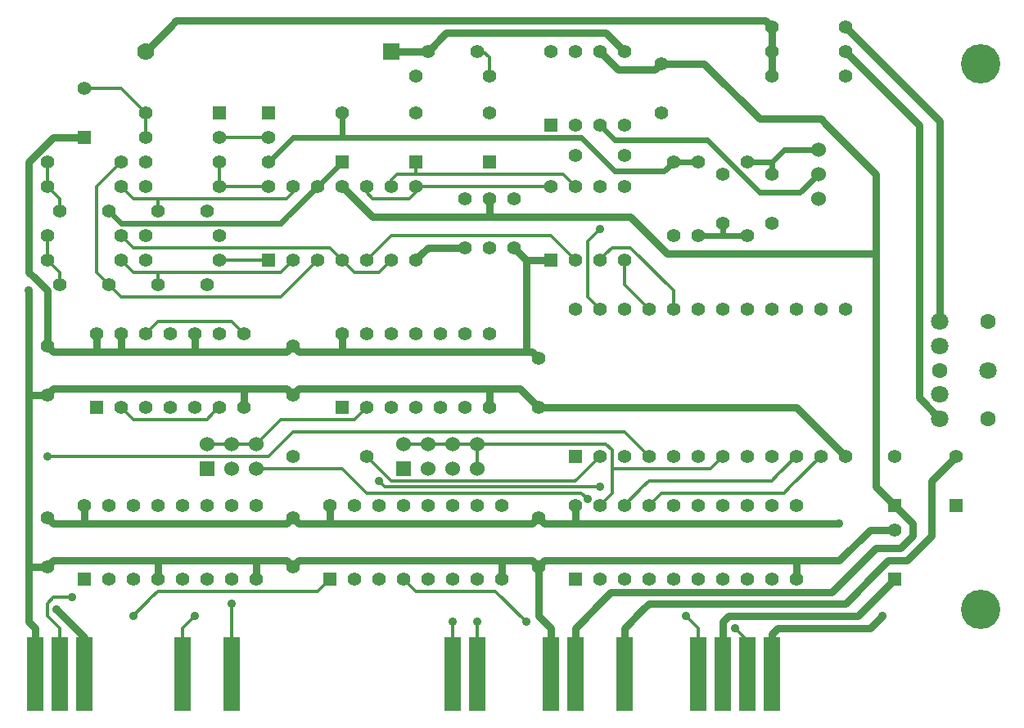
<source format=gbl>
G04 (created by PCBNEW-RS274X (2012-01-19 BZR 3256)-stable) date 9/26/2012 11:25:36 PM*
G01*
G70*
G90*
%MOIN*%
G04 Gerber Fmt 3.4, Leading zero omitted, Abs format*
%FSLAX34Y34*%
G04 APERTURE LIST*
%ADD10C,0.006000*%
%ADD11R,0.070000X0.300000*%
%ADD12C,0.160000*%
%ADD13C,0.070900*%
%ADD14C,0.063000*%
%ADD15C,0.055000*%
%ADD16R,0.055000X0.055000*%
%ADD17C,0.070000*%
%ADD18R,0.070000X0.070000*%
%ADD19R,0.060000X0.060000*%
%ADD20C,0.060000*%
%ADD21C,0.035000*%
%ADD22C,0.014900*%
%ADD23C,0.024900*%
%ADD24C,0.029900*%
G04 APERTURE END LIST*
G54D10*
G54D11*
X71000Y-47375D03*
X70000Y-47375D03*
X69000Y-47375D03*
X68000Y-47375D03*
X65000Y-47375D03*
X63000Y-47375D03*
X62000Y-47375D03*
X59000Y-47375D03*
X58000Y-47375D03*
X49000Y-47375D03*
X47000Y-47375D03*
X43000Y-47375D03*
X42000Y-47375D03*
X41000Y-47375D03*
G54D12*
X79500Y-22500D03*
X79500Y-44750D03*
G54D13*
X79819Y-35000D03*
X77850Y-33031D03*
X77850Y-34016D03*
X77850Y-35984D03*
X77850Y-36969D03*
G54D14*
X77850Y-35000D03*
X79819Y-33031D03*
X79819Y-36969D03*
G54D15*
X61500Y-41000D03*
X61500Y-43000D03*
X41500Y-41000D03*
X41500Y-43000D03*
X41500Y-34000D03*
X41500Y-36000D03*
X51500Y-34000D03*
X51500Y-36000D03*
X61500Y-34500D03*
X61500Y-36500D03*
X60500Y-30000D03*
X60500Y-28000D03*
X59500Y-28000D03*
X59500Y-30000D03*
X66500Y-22500D03*
X66500Y-24500D03*
G54D16*
X56500Y-26500D03*
G54D15*
X56500Y-24500D03*
X57000Y-22000D03*
X59000Y-22000D03*
X46000Y-28500D03*
X48000Y-28500D03*
X69000Y-27000D03*
X69000Y-29000D03*
X71000Y-27000D03*
X71000Y-29000D03*
G54D16*
X43000Y-43500D03*
G54D15*
X44000Y-43500D03*
X45000Y-43500D03*
X46000Y-43500D03*
X47000Y-43500D03*
X48000Y-43500D03*
X49000Y-43500D03*
X50000Y-43500D03*
X50000Y-40500D03*
X49000Y-40500D03*
X48000Y-40500D03*
X47000Y-40500D03*
X46000Y-40500D03*
X45000Y-40500D03*
X44000Y-40500D03*
X43000Y-40500D03*
G54D16*
X53000Y-43500D03*
G54D15*
X54000Y-43500D03*
X55000Y-43500D03*
X56000Y-43500D03*
X57000Y-43500D03*
X58000Y-43500D03*
X59000Y-43500D03*
X60000Y-43500D03*
X60000Y-40500D03*
X59000Y-40500D03*
X58000Y-40500D03*
X57000Y-40500D03*
X56000Y-40500D03*
X55000Y-40500D03*
X54000Y-40500D03*
X53000Y-40500D03*
G54D16*
X53500Y-36500D03*
G54D15*
X54500Y-36500D03*
X55500Y-36500D03*
X56500Y-36500D03*
X57500Y-36500D03*
X58500Y-36500D03*
X59500Y-36500D03*
X59500Y-33500D03*
X58500Y-33500D03*
X57500Y-33500D03*
X56500Y-33500D03*
X55500Y-33500D03*
X54500Y-33500D03*
X53500Y-33500D03*
G54D16*
X63000Y-38500D03*
G54D15*
X64000Y-38500D03*
X65000Y-38500D03*
X66000Y-38500D03*
X67000Y-38500D03*
X68000Y-38500D03*
X69000Y-38500D03*
X70000Y-38500D03*
X71000Y-38500D03*
X72000Y-38500D03*
X73000Y-38500D03*
X74000Y-38500D03*
X74000Y-32500D03*
X73000Y-32500D03*
X72000Y-32500D03*
X71000Y-32500D03*
X70000Y-32500D03*
X69000Y-32500D03*
X68000Y-32500D03*
X67000Y-32500D03*
X66000Y-32500D03*
X65000Y-32500D03*
X64000Y-32500D03*
X63000Y-32500D03*
G54D16*
X62000Y-30500D03*
G54D15*
X63000Y-30500D03*
X64000Y-30500D03*
X65000Y-30500D03*
X65000Y-27500D03*
X64000Y-27500D03*
X63000Y-27500D03*
X62000Y-27500D03*
G54D16*
X50500Y-30500D03*
G54D15*
X51500Y-30500D03*
X52500Y-30500D03*
X53500Y-30500D03*
X54500Y-30500D03*
X55500Y-30500D03*
X56500Y-30500D03*
X56500Y-27500D03*
X55500Y-27500D03*
X54500Y-27500D03*
X53500Y-27500D03*
X52500Y-27500D03*
X51500Y-27500D03*
X50500Y-27500D03*
G54D16*
X62000Y-25000D03*
G54D15*
X63000Y-25000D03*
X64000Y-25000D03*
X65000Y-25000D03*
X65000Y-22000D03*
X64000Y-22000D03*
X63000Y-22000D03*
X62000Y-22000D03*
G54D17*
X45500Y-22000D03*
G54D18*
X55500Y-22000D03*
G54D15*
X45500Y-24500D03*
G54D16*
X48500Y-24500D03*
G54D15*
X45500Y-30500D03*
X48500Y-30500D03*
X45500Y-29500D03*
X48500Y-29500D03*
X45500Y-26500D03*
X48500Y-26500D03*
X67000Y-26500D03*
X67000Y-29500D03*
X71000Y-23000D03*
X74000Y-23000D03*
X70000Y-26500D03*
X70000Y-29500D03*
X51500Y-38500D03*
X54500Y-38500D03*
X41500Y-29500D03*
X44500Y-29500D03*
X44500Y-30500D03*
X41500Y-30500D03*
X41500Y-26500D03*
X44500Y-26500D03*
X44500Y-27500D03*
X41500Y-27500D03*
X48500Y-25500D03*
X45500Y-25500D03*
X68000Y-29500D03*
X68000Y-26500D03*
X59500Y-23000D03*
X56500Y-23000D03*
X74000Y-22000D03*
X71000Y-22000D03*
G54D19*
X56000Y-39000D03*
G54D20*
X56000Y-38000D03*
X57000Y-39000D03*
X57000Y-38000D03*
X58000Y-39000D03*
X58000Y-38000D03*
X59000Y-39000D03*
X59000Y-38000D03*
G54D19*
X48000Y-39000D03*
G54D20*
X48000Y-38000D03*
X49000Y-39000D03*
X49000Y-38000D03*
X50000Y-39000D03*
X50000Y-38000D03*
G54D16*
X50500Y-24500D03*
G54D15*
X50500Y-25500D03*
X50500Y-26500D03*
X74000Y-21000D03*
X71000Y-21000D03*
G54D20*
X72900Y-28000D03*
X72900Y-27000D03*
X72900Y-26000D03*
G54D15*
X45500Y-27500D03*
X48500Y-27500D03*
G54D16*
X63000Y-43500D03*
G54D15*
X64000Y-43500D03*
X65000Y-43500D03*
X66000Y-43500D03*
X67000Y-43500D03*
X68000Y-43500D03*
X69000Y-43500D03*
X70000Y-43500D03*
X71000Y-43500D03*
X72000Y-43500D03*
X72000Y-40500D03*
X71000Y-40500D03*
X70000Y-40500D03*
X69000Y-40500D03*
X68000Y-40500D03*
X67000Y-40500D03*
X66000Y-40500D03*
X65000Y-40500D03*
X64000Y-40500D03*
X63000Y-40500D03*
G54D16*
X43500Y-36500D03*
G54D15*
X44500Y-36500D03*
X45500Y-36500D03*
X46500Y-36500D03*
X47500Y-36500D03*
X48500Y-36500D03*
X49500Y-36500D03*
X49500Y-33500D03*
X48500Y-33500D03*
X47500Y-33500D03*
X46500Y-33500D03*
X45500Y-33500D03*
X44500Y-33500D03*
X43500Y-33500D03*
X51500Y-41000D03*
X51500Y-43000D03*
X58500Y-28000D03*
X58500Y-30000D03*
X63000Y-26250D03*
X65000Y-26250D03*
G54D16*
X76000Y-43500D03*
G54D15*
X76000Y-41500D03*
G54D16*
X76000Y-40500D03*
G54D15*
X76000Y-38500D03*
G54D16*
X78500Y-40500D03*
G54D15*
X78500Y-38500D03*
G54D16*
X43000Y-25500D03*
G54D15*
X43000Y-23500D03*
G54D16*
X59500Y-26500D03*
G54D15*
X59500Y-24500D03*
G54D16*
X53500Y-26500D03*
G54D15*
X53500Y-24500D03*
X42000Y-31500D03*
X44000Y-31500D03*
X46000Y-31500D03*
X48000Y-31500D03*
X42000Y-28500D03*
X44000Y-28500D03*
G54D21*
X41500Y-38500D03*
X45000Y-45000D03*
X61000Y-45250D03*
X64000Y-29250D03*
X67500Y-45000D03*
X63500Y-40250D03*
X47500Y-45000D03*
X49000Y-44500D03*
X42500Y-44250D03*
X69500Y-45500D03*
X55000Y-39500D03*
X64000Y-39750D03*
X58000Y-45250D03*
X59000Y-45250D03*
X40750Y-31750D03*
X75500Y-45000D03*
X73750Y-41250D03*
X41875Y-44750D03*
G54D22*
X68500Y-39000D02*
X69000Y-38500D01*
X64500Y-40000D02*
X64500Y-39750D01*
X64000Y-40500D02*
X64500Y-40000D01*
X64500Y-39000D02*
X64500Y-38250D01*
X64250Y-38000D02*
X64500Y-38250D01*
X57000Y-38000D02*
X58000Y-38000D01*
X58000Y-38000D02*
X59000Y-38000D01*
X59000Y-38000D02*
X64250Y-38000D01*
X56000Y-38000D02*
X57000Y-38000D01*
X64500Y-39750D02*
X64500Y-39000D01*
X64500Y-39000D02*
X68500Y-39000D01*
X59000Y-38000D02*
X59000Y-39000D01*
X65500Y-38000D02*
X65250Y-37750D01*
X66000Y-38500D02*
X65500Y-38000D01*
X65250Y-37750D02*
X65000Y-37500D01*
X41500Y-38500D02*
X47750Y-38500D01*
X47750Y-38500D02*
X50250Y-38500D01*
X50250Y-38500D02*
X50500Y-38500D01*
X50500Y-38500D02*
X51500Y-37500D01*
X51500Y-37500D02*
X65000Y-37500D01*
X53000Y-43500D02*
X52500Y-44000D01*
X45000Y-45000D02*
X45750Y-44250D01*
X46000Y-44000D02*
X45750Y-44250D01*
X52500Y-44000D02*
X46000Y-44000D01*
X56000Y-43500D02*
X56500Y-44000D01*
X56500Y-44000D02*
X59750Y-44000D01*
X59750Y-44000D02*
X61000Y-45250D01*
G54D23*
X64750Y-25625D02*
X64625Y-25625D01*
X71750Y-27750D02*
X72150Y-27750D01*
X72150Y-27750D02*
X72900Y-27000D01*
X64625Y-25625D02*
X64000Y-25000D01*
X64750Y-25625D02*
X68375Y-25625D01*
X68375Y-25625D02*
X70500Y-27750D01*
X70500Y-27750D02*
X71750Y-27750D01*
G54D24*
X57000Y-22000D02*
X57750Y-21250D01*
X64250Y-21250D02*
X65000Y-22000D01*
X57750Y-21250D02*
X64250Y-21250D01*
X55500Y-22000D02*
X57000Y-22000D01*
X45500Y-22000D02*
X46500Y-21000D01*
X46500Y-21000D02*
X46750Y-20750D01*
X70750Y-20750D02*
X71000Y-21000D01*
X46750Y-20750D02*
X70750Y-20750D01*
X71000Y-22000D02*
X71000Y-23000D01*
X71000Y-21000D02*
X71000Y-22000D01*
G54D22*
X63500Y-32000D02*
X63500Y-31250D01*
X63500Y-29750D02*
X64000Y-29250D01*
X63500Y-30000D02*
X63500Y-29750D01*
X63500Y-31250D02*
X63500Y-30000D01*
X64000Y-32500D02*
X63500Y-32000D01*
X65000Y-30750D02*
X65000Y-30500D01*
X65000Y-31500D02*
X65000Y-30750D01*
X66000Y-32500D02*
X65000Y-31500D01*
X64250Y-30250D02*
X64500Y-30000D01*
X65250Y-30000D02*
X67000Y-31750D01*
X67000Y-31750D02*
X67000Y-32500D01*
X64000Y-30500D02*
X64250Y-30250D01*
X64500Y-30000D02*
X65250Y-30000D01*
X72000Y-38500D02*
X71250Y-39250D01*
X71250Y-39250D02*
X71000Y-39500D01*
X65000Y-40500D02*
X65750Y-39750D01*
X66000Y-39500D02*
X71000Y-39500D01*
X65750Y-39750D02*
X66000Y-39500D01*
X73000Y-38500D02*
X71750Y-39750D01*
X71750Y-39750D02*
X71500Y-40000D01*
X66000Y-40500D02*
X66500Y-40000D01*
X66500Y-40000D02*
X71500Y-40000D01*
G54D23*
X44250Y-28750D02*
X44500Y-29000D01*
X51250Y-28750D02*
X51000Y-29000D01*
X44000Y-28500D02*
X44250Y-28750D01*
X52500Y-27500D02*
X51250Y-28750D01*
X52500Y-27500D02*
X53500Y-26500D01*
X51000Y-29000D02*
X44500Y-29000D01*
G54D22*
X54500Y-36500D02*
X54000Y-37000D01*
X50000Y-38000D02*
X51000Y-37000D01*
X51250Y-37000D02*
X54000Y-37000D01*
X51000Y-37000D02*
X51250Y-37000D01*
X48000Y-38000D02*
X49000Y-38000D01*
X49000Y-38000D02*
X50000Y-38000D01*
X50000Y-39000D02*
X53000Y-39000D01*
X68000Y-45500D02*
X67500Y-45000D01*
X63500Y-40250D02*
X63250Y-40000D01*
X68000Y-47375D02*
X68000Y-45500D01*
X56000Y-40000D02*
X54500Y-40000D01*
X53500Y-39000D02*
X54500Y-40000D01*
X53000Y-39000D02*
X53500Y-39000D01*
X63250Y-40000D02*
X56000Y-40000D01*
X47000Y-45500D02*
X47500Y-45000D01*
X47000Y-47375D02*
X47000Y-45500D01*
X49000Y-45000D02*
X49000Y-44500D01*
X49000Y-47375D02*
X49000Y-45000D01*
G54D24*
X77000Y-25250D02*
X77000Y-25000D01*
X77000Y-28000D02*
X77000Y-36000D01*
X77000Y-36000D02*
X77000Y-36119D01*
X77000Y-25000D02*
X74000Y-22000D01*
X77000Y-28000D02*
X77000Y-25250D01*
X77000Y-36119D02*
X77850Y-36969D01*
G54D22*
X41500Y-45000D02*
X41500Y-44500D01*
X41750Y-44250D02*
X42500Y-44250D01*
X41500Y-44500D02*
X41750Y-44250D01*
X42000Y-45500D02*
X41500Y-45000D01*
X42000Y-47375D02*
X42000Y-45500D01*
G54D23*
X53500Y-25500D02*
X63250Y-25500D01*
X66000Y-26875D02*
X64625Y-26875D01*
X66625Y-26875D02*
X67000Y-26500D01*
X53500Y-25500D02*
X51500Y-25500D01*
X66000Y-26875D02*
X66625Y-26875D01*
X51000Y-26000D02*
X51500Y-25500D01*
X67000Y-26500D02*
X68000Y-26500D01*
X53500Y-25000D02*
X53500Y-24500D01*
X64625Y-26875D02*
X63250Y-25500D01*
X53500Y-25000D02*
X53500Y-25500D01*
X50500Y-26500D02*
X51000Y-26000D01*
X69000Y-29500D02*
X70000Y-29500D01*
X69000Y-29500D02*
X69000Y-29000D01*
X68000Y-29500D02*
X69000Y-29500D01*
X71000Y-26500D02*
X71500Y-26000D01*
X71500Y-26000D02*
X72000Y-26000D01*
X71000Y-26500D02*
X71000Y-27000D01*
X70500Y-26500D02*
X71000Y-26500D01*
X72250Y-26000D02*
X72900Y-26000D01*
X72000Y-26000D02*
X72250Y-26000D01*
X70000Y-26500D02*
X70500Y-26500D01*
G54D22*
X55250Y-39750D02*
X64000Y-39750D01*
X70000Y-46000D02*
X69500Y-45500D01*
X70000Y-47375D02*
X70000Y-46000D01*
X55250Y-39750D02*
X55000Y-39500D01*
X70000Y-47375D02*
X70000Y-46000D01*
G54D24*
X77850Y-25000D02*
X77850Y-24850D01*
X77850Y-24850D02*
X74000Y-21000D01*
X77850Y-27750D02*
X77850Y-25000D01*
X77850Y-27750D02*
X77850Y-33031D01*
G54D22*
X58000Y-45250D02*
X58000Y-47375D01*
X59000Y-47375D02*
X59000Y-45250D01*
X55250Y-39250D02*
X55500Y-39500D01*
X54500Y-38500D02*
X55250Y-39250D01*
X55500Y-39500D02*
X62998Y-39500D01*
X63000Y-39498D02*
X63000Y-39500D01*
X62998Y-39500D02*
X63000Y-39498D01*
X64000Y-38500D02*
X63000Y-39500D01*
X63000Y-39500D02*
X63000Y-39500D01*
G54D24*
X73750Y-42750D02*
X75000Y-41500D01*
X75000Y-41500D02*
X76000Y-41500D01*
X40750Y-36000D02*
X40750Y-31750D01*
X71000Y-45750D02*
X71250Y-45500D01*
X51500Y-36000D02*
X51750Y-35750D01*
X59500Y-35750D02*
X60750Y-35750D01*
X71250Y-45500D02*
X74750Y-45500D01*
X72000Y-43500D02*
X72000Y-42750D01*
X46000Y-43500D02*
X46000Y-42750D01*
X41500Y-43000D02*
X41750Y-42750D01*
X41000Y-47375D02*
X41000Y-45500D01*
X49500Y-36500D02*
X49500Y-35750D01*
X59500Y-36500D02*
X59500Y-35750D01*
X61500Y-43000D02*
X61750Y-42750D01*
X61750Y-42750D02*
X72000Y-42750D01*
X72000Y-42750D02*
X73750Y-42750D01*
X60000Y-43500D02*
X60000Y-42750D01*
X51250Y-35750D02*
X51500Y-36000D01*
X61500Y-36500D02*
X72000Y-36500D01*
X50000Y-42750D02*
X51250Y-42750D01*
X40750Y-45250D02*
X40750Y-43000D01*
X41750Y-42750D02*
X46000Y-42750D01*
X49500Y-35750D02*
X51250Y-35750D01*
X40750Y-43000D02*
X41500Y-43000D01*
X40750Y-36000D02*
X41500Y-36000D01*
X51500Y-43000D02*
X51750Y-42750D01*
X41750Y-35750D02*
X49500Y-35750D01*
X40750Y-43000D02*
X40750Y-36000D01*
X71000Y-47375D02*
X71000Y-45750D01*
X72000Y-36500D02*
X74000Y-38500D01*
X61250Y-42750D02*
X61500Y-43000D01*
X41000Y-45500D02*
X40750Y-45250D01*
X51750Y-35750D02*
X59500Y-35750D01*
X62000Y-45500D02*
X61500Y-45000D01*
X41500Y-36000D02*
X41750Y-35750D01*
X62000Y-47375D02*
X62000Y-45500D01*
X61500Y-45000D02*
X61500Y-43000D01*
X75000Y-45500D02*
X75500Y-45000D01*
X60000Y-42750D02*
X61250Y-42750D01*
X60750Y-35750D02*
X61500Y-36500D01*
X50000Y-43500D02*
X50000Y-42750D01*
X51250Y-42750D02*
X51500Y-43000D01*
X46000Y-42750D02*
X50000Y-42750D01*
X51750Y-42750D02*
X60000Y-42750D01*
X74750Y-45500D02*
X75000Y-45500D01*
G54D22*
X62750Y-27250D02*
X62500Y-27000D01*
X56500Y-26500D02*
X56500Y-27000D01*
X55500Y-27250D02*
X55750Y-27000D01*
X56500Y-27000D02*
X62500Y-27000D01*
X63000Y-27500D02*
X62750Y-27250D01*
X55750Y-27000D02*
X56500Y-27000D01*
X55500Y-27500D02*
X55500Y-27250D01*
X56500Y-27500D02*
X62000Y-27500D01*
X54500Y-27500D02*
X54500Y-27750D01*
X54750Y-28000D02*
X56250Y-28000D01*
X56500Y-27750D02*
X56500Y-27500D01*
X54500Y-27750D02*
X54750Y-28000D01*
X56250Y-28000D02*
X56500Y-27750D01*
X63000Y-30500D02*
X62250Y-29750D01*
X55500Y-29500D02*
X62000Y-29500D01*
X54500Y-30500D02*
X55500Y-29500D01*
X62250Y-29750D02*
X62000Y-29500D01*
X50500Y-25500D02*
X48500Y-25500D01*
X59000Y-22000D02*
X59250Y-22000D01*
X59250Y-22000D02*
X59500Y-22250D01*
X59500Y-22250D02*
X59500Y-23000D01*
X48500Y-27500D02*
X48500Y-26500D01*
X50500Y-27500D02*
X48500Y-27500D01*
X43500Y-29000D02*
X43500Y-27500D01*
X43500Y-30000D02*
X43500Y-29000D01*
X44000Y-31500D02*
X44500Y-32000D01*
X44500Y-32000D02*
X44750Y-32000D01*
X43500Y-31000D02*
X44000Y-31500D01*
X44500Y-26500D02*
X43500Y-27500D01*
X52500Y-30500D02*
X51000Y-32000D01*
X51000Y-32000D02*
X44750Y-32000D01*
X43500Y-31000D02*
X43500Y-30000D01*
X51000Y-31000D02*
X46000Y-31000D01*
X44500Y-30500D02*
X44750Y-30750D01*
X46000Y-31000D02*
X45000Y-31000D01*
X44750Y-30750D02*
X45000Y-31000D01*
X51500Y-30500D02*
X51000Y-31000D01*
X46000Y-31500D02*
X46000Y-31000D01*
X42000Y-28500D02*
X42000Y-28000D01*
X42000Y-28000D02*
X41500Y-27500D01*
X41500Y-26500D02*
X41500Y-27500D01*
X45000Y-37000D02*
X48000Y-37000D01*
X48500Y-36500D02*
X48250Y-36750D01*
X48250Y-36750D02*
X48000Y-37000D01*
X44500Y-36500D02*
X45000Y-37000D01*
X44500Y-29500D02*
X45000Y-30000D01*
X53250Y-30250D02*
X53000Y-30000D01*
X54000Y-31000D02*
X55000Y-31000D01*
X53500Y-30500D02*
X53250Y-30250D01*
X45250Y-30000D02*
X53000Y-30000D01*
X55500Y-30500D02*
X55000Y-31000D01*
X45250Y-30000D02*
X45000Y-30000D01*
X54000Y-31000D02*
X53500Y-30500D01*
X44500Y-27500D02*
X45000Y-28000D01*
X51250Y-28000D02*
X46000Y-28000D01*
X46000Y-28500D02*
X46000Y-28000D01*
X46000Y-28000D02*
X45000Y-28000D01*
X51500Y-27750D02*
X51250Y-28000D01*
X51500Y-27500D02*
X51500Y-27750D01*
X42000Y-31000D02*
X41500Y-30500D01*
X42000Y-31500D02*
X42000Y-31000D01*
X41500Y-30500D02*
X41500Y-29500D01*
X48500Y-30500D02*
X50500Y-30500D01*
X49500Y-33500D02*
X49250Y-33250D01*
X49250Y-33250D02*
X49000Y-33000D01*
X45500Y-33500D02*
X46000Y-33000D01*
X49000Y-33000D02*
X46000Y-33000D01*
X43750Y-23500D02*
X44500Y-23500D01*
X44500Y-23500D02*
X45500Y-24500D01*
X43000Y-23500D02*
X43750Y-23500D01*
X45500Y-25500D02*
X45500Y-24500D01*
G54D24*
X69250Y-45000D02*
X69500Y-45000D01*
X69500Y-45000D02*
X74500Y-45000D01*
X41750Y-41250D02*
X43000Y-41250D01*
X69000Y-45500D02*
X69000Y-45250D01*
X41500Y-31750D02*
X41000Y-31250D01*
X41750Y-25500D02*
X41000Y-26250D01*
X76000Y-43500D02*
X74500Y-45000D01*
X62000Y-30500D02*
X61000Y-30500D01*
X61000Y-34250D02*
X61000Y-30500D01*
X40750Y-31000D02*
X40750Y-26500D01*
X40750Y-26500D02*
X41000Y-26250D01*
X69000Y-45250D02*
X69250Y-45000D01*
X60500Y-30000D02*
X61000Y-30500D01*
X41750Y-34250D02*
X43500Y-34250D01*
X43000Y-40500D02*
X43000Y-41250D01*
X63000Y-41250D02*
X63000Y-40500D01*
X61750Y-41250D02*
X61500Y-41000D01*
X73750Y-41250D02*
X63000Y-41250D01*
X63000Y-41250D02*
X61750Y-41250D01*
X51500Y-41000D02*
X51750Y-41250D01*
X51750Y-41250D02*
X53000Y-41250D01*
X43000Y-41250D02*
X51250Y-41250D01*
X51250Y-41250D02*
X51500Y-41000D01*
X53000Y-41250D02*
X61250Y-41250D01*
X41500Y-34000D02*
X41500Y-31750D01*
X69000Y-47375D02*
X69000Y-45500D01*
X41000Y-31250D02*
X40750Y-31000D01*
X43000Y-25500D02*
X41750Y-25500D01*
X51750Y-34250D02*
X53500Y-34250D01*
X44500Y-33500D02*
X44500Y-34250D01*
X61000Y-34250D02*
X61250Y-34250D01*
X41500Y-41000D02*
X41750Y-41250D01*
X51500Y-34000D02*
X51750Y-34250D01*
X43500Y-33500D02*
X43500Y-34250D01*
X41500Y-34000D02*
X41750Y-34250D01*
X61250Y-34250D02*
X61500Y-34500D01*
X53000Y-40500D02*
X53000Y-41250D01*
X53500Y-33500D02*
X53500Y-34250D01*
X47500Y-34250D02*
X51250Y-34250D01*
X51250Y-34250D02*
X51500Y-34000D01*
X44500Y-34250D02*
X47500Y-34250D01*
X44250Y-34250D02*
X44500Y-34250D01*
X43500Y-34250D02*
X44250Y-34250D01*
X61250Y-41250D02*
X61500Y-41000D01*
X53500Y-34250D02*
X61000Y-34250D01*
X47500Y-33500D02*
X47500Y-34250D01*
X43000Y-45875D02*
X43000Y-47375D01*
X41875Y-44750D02*
X43000Y-45875D01*
X75250Y-30250D02*
X75250Y-27000D01*
X59500Y-28750D02*
X54750Y-28750D01*
X54750Y-28750D02*
X53500Y-27500D01*
X76250Y-42250D02*
X76750Y-41750D01*
X75250Y-39750D02*
X75250Y-30250D01*
X64750Y-22750D02*
X66250Y-22750D01*
X66250Y-22750D02*
X66500Y-22500D01*
X59500Y-28000D02*
X59500Y-28750D01*
X75500Y-40000D02*
X75250Y-39750D01*
X76000Y-40500D02*
X75500Y-40000D01*
X66500Y-22500D02*
X68250Y-22500D01*
X64250Y-44250D02*
X63000Y-45500D01*
X76750Y-41250D02*
X76500Y-41000D01*
X76750Y-41750D02*
X76750Y-41250D01*
X65250Y-28750D02*
X59500Y-28750D01*
X70500Y-24750D02*
X68250Y-22500D01*
X76500Y-41000D02*
X76000Y-40500D01*
X64450Y-44050D02*
X73450Y-44050D01*
X64450Y-44050D02*
X64250Y-44250D01*
X64000Y-22000D02*
X64750Y-22750D01*
X66500Y-30000D02*
X65250Y-28750D01*
X66750Y-30250D02*
X75250Y-30250D01*
X73450Y-44050D02*
X75250Y-42250D01*
X73250Y-25000D02*
X75250Y-27000D01*
X73000Y-24750D02*
X73250Y-25000D01*
X71000Y-24750D02*
X70500Y-24750D01*
X76000Y-42250D02*
X76250Y-42250D01*
X63000Y-45500D02*
X63000Y-47375D01*
X75250Y-42250D02*
X76000Y-42250D01*
X66500Y-30000D02*
X66750Y-30250D01*
X71000Y-24750D02*
X73000Y-24750D01*
X74000Y-44500D02*
X75375Y-43125D01*
X75375Y-43125D02*
X75750Y-42750D01*
X77500Y-39500D02*
X78500Y-38500D01*
X66000Y-44500D02*
X74000Y-44500D01*
X77500Y-40750D02*
X77500Y-39500D01*
X58500Y-30000D02*
X57000Y-30000D01*
X65000Y-47375D02*
X65000Y-45500D01*
X76500Y-42750D02*
X77500Y-41750D01*
X77500Y-41750D02*
X77500Y-41250D01*
X77500Y-40750D02*
X77500Y-41250D01*
X56500Y-30500D02*
X56750Y-30250D01*
X75750Y-42750D02*
X76500Y-42750D01*
X65750Y-44750D02*
X65000Y-45500D01*
X65750Y-44750D02*
X66000Y-44500D01*
X56750Y-30250D02*
X57000Y-30000D01*
M02*

</source>
